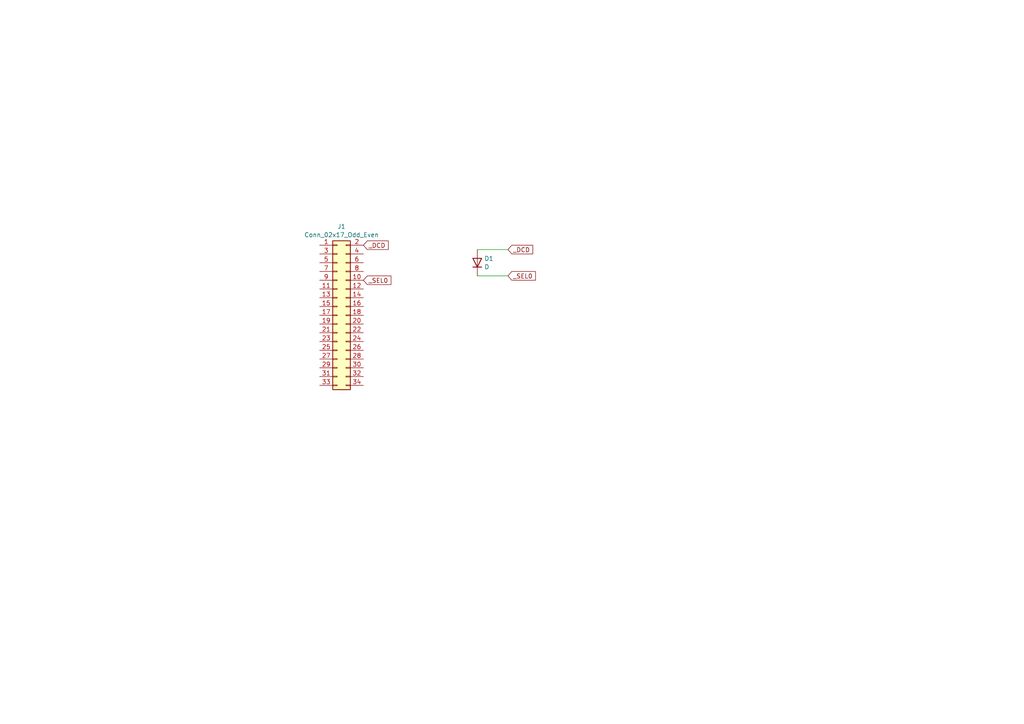
<source format=kicad_sch>
(kicad_sch (version 20231120) (generator "eeschema") (generator_version "8.0")
  (paper "A4")
  (lib_symbols
    (symbol "Connector_Generic:Conn_02x17_Odd_Even" (pin_names (offset 1.016) hide)
      (property "Reference" "J" (at 1.27 22.86 0))
      (property "Value" "Conn_02x17_Odd_Even" (at 1.27 -22.86 0))
      (symbol "Conn_02x17_Odd_Even_1_1"
        (rectangle (start -1.27 -20.193) (end 0 -20.447) (stroke (width 0.1524)))
        (rectangle (start -1.27 -17.653) (end 0 -17.907) (stroke (width 0.1524)))
        (rectangle (start -1.27 -15.113) (end 0 -15.367) (stroke (width 0.1524)))
        (rectangle (start -1.27 -12.573) (end 0 -12.827) (stroke (width 0.1524)))
        (rectangle (start -1.27 -10.033) (end 0 -10.287) (stroke (width 0.1524)))
        (rectangle (start -1.27 -7.493) (end 0 -7.747) (stroke (width 0.1524)))
        (rectangle (start -1.27 -4.953) (end 0 -5.207) (stroke (width 0.1524)))
        (rectangle (start -1.27 -2.413) (end 0 -2.667) (stroke (width 0.1524)))
        (rectangle (start -1.27 0.127) (end 0 -0.127) (stroke (width 0.1524)))
        (rectangle (start -1.27 2.667) (end 0 2.413) (stroke (width 0.1524)))
        (rectangle (start -1.27 5.207) (end 0 4.953) (stroke (width 0.1524)))
        (rectangle (start -1.27 7.747) (end 0 7.493) (stroke (width 0.1524)))
        (rectangle (start -1.27 10.287) (end 0 10.033) (stroke (width 0.1524)))
        (rectangle (start -1.27 12.827) (end 0 12.573) (stroke (width 0.1524)))
        (rectangle (start -1.27 15.367) (end 0 15.113) (stroke (width 0.1524)))
        (rectangle (start -1.27 17.907) (end 0 17.653) (stroke (width 0.1524)))
        (rectangle (start -1.27 20.447) (end 0 20.193) (stroke (width 0.1524)))
        (rectangle (start -1.27 21.59) (end 3.81 -21.59) (stroke (width 0.254)) (fill (type background)))
        (rectangle (start 3.81 -20.193) (end 2.54 -20.447) (stroke (width 0.1524)))
        (rectangle (start 3.81 -17.653) (end 2.54 -17.907) (stroke (width 0.1524)))
        (rectangle (start 3.81 -15.113) (end 2.54 -15.367) (stroke (width 0.1524)))
        (rectangle (start 3.81 -12.573) (end 2.54 -12.827) (stroke (width 0.1524)))
        (rectangle (start 3.81 -10.033) (end 2.54 -10.287) (stroke (width 0.1524)))
        (rectangle (start 3.81 -7.493) (end 2.54 -7.747) (stroke (width 0.1524)))
        (rectangle (start 3.81 -4.953) (end 2.54 -5.207) (stroke (width 0.1524)))
        (rectangle (start 3.81 -2.413) (end 2.54 -2.667) (stroke (width 0.1524)))
        (rectangle (start 3.81 0.127) (end 2.54 -0.127) (stroke (width 0.1524)))
        (rectangle (start 3.81 2.667) (end 2.54 2.413) (stroke (width 0.1524)))
        (rectangle (start 3.81 5.207) (end 2.54 4.953) (stroke (width 0.1524)))
        (rectangle (start 3.81 7.747) (end 2.54 7.493) (stroke (width 0.1524)))
        (rectangle (start 3.81 10.287) (end 2.54 10.033) (stroke (width 0.1524)))
        (rectangle (start 3.81 12.827) (end 2.54 12.573) (stroke (width 0.1524)))
        (rectangle (start 3.81 15.367) (end 2.54 15.113) (stroke (width 0.1524)))
        (rectangle (start 3.81 17.907) (end 2.54 17.653) (stroke (width 0.1524)))
        (rectangle (start 3.81 20.447) (end 2.54 20.193) (stroke (width 0.1524)))
        (pin passive line (at -5.08 20.32 0) (length 3.81) (name "Pin_1") (number "1"))
        (pin passive line (at 7.62 10.16 180) (length 3.81) (name "Pin_10") (number "10"))
        (pin passive line (at -5.08 7.62 0) (length 3.81) (name "Pin_11") (number "11"))
        (pin passive line (at 7.62 7.62 180) (length 3.81) (name "Pin_12") (number "12"))
        (pin passive line (at -5.08 5.08 0) (length 3.81) (name "Pin_13") (number "13"))
        (pin passive line (at 7.62 5.08 180) (length 3.81) (name "Pin_14") (number "14"))
        (pin passive line (at -5.08 2.54 0) (length 3.81) (name "Pin_15") (number "15"))
        (pin passive line (at 7.62 2.54 180) (length 3.81) (name "Pin_16") (number "16"))
        (pin passive line (at -5.08 0 0) (length 3.81) (name "Pin_17") (number "17"))
        (pin passive line (at 7.62 0 180) (length 3.81) (name "Pin_18") (number "18"))
        (pin passive line (at -5.08 -2.54 0) (length 3.81) (name "Pin_19") (number "19"))
        (pin passive line (at 7.62 20.32 180) (length 3.81) (name "Pin_2") (number "2"))
        (pin passive line (at 7.62 -2.54 180) (length 3.81) (name "Pin_20") (number "20"))
        (pin passive line (at -5.08 -5.08 0) (length 3.81) (name "Pin_21") (number "21"))
        (pin passive line (at 7.62 -5.08 180) (length 3.81) (name "Pin_22") (number "22"))
        (pin passive line (at -5.08 -7.62 0) (length 3.81) (name "Pin_23") (number "23"))
        (pin passive line (at 7.62 -7.62 180) (length 3.81) (name "Pin_24") (number "24"))
        (pin passive line (at -5.08 -10.16 0) (length 3.81) (name "Pin_25") (number "25"))
        (pin passive line (at 7.62 -10.16 180) (length 3.81) (name "Pin_26") (number "26"))
        (pin passive line (at -5.08 -12.7 0) (length 3.81) (name "Pin_27") (number "27"))
        (pin passive line (at 7.62 -12.7 180) (length 3.81) (name "Pin_28") (number "28"))
        (pin passive line (at -5.08 -15.24 0) (length 3.81) (name "Pin_29") (number "29"))
        (pin passive line (at -5.08 17.78 0) (length 3.81) (name "Pin_3") (number "3"))
        (pin passive line (at 7.62 -15.24 180) (length 3.81) (name "Pin_30") (number "30"))
        (pin passive line (at -5.08 -17.78 0) (length 3.81) (name "Pin_31") (number "31"))
        (pin passive line (at 7.62 -17.78 180) (length 3.81) (name "Pin_32") (number "32"))
        (pin passive line (at -5.08 -20.32 0) (length 3.81) (name "Pin_33") (number "33"))
        (pin passive line (at 7.62 -20.32 180) (length 3.81) (name "Pin_34") (number "34"))
        (pin passive line (at 7.62 17.78 180) (length 3.81) (name "Pin_4") (number "4"))
        (pin passive line (at -5.08 15.24 0) (length 3.81) (name "Pin_5") (number "5"))
        (pin passive line (at 7.62 15.24 180) (length 3.81) (name "Pin_6") (number "6"))
        (pin passive line (at -5.08 12.7 0) (length 3.81) (name "Pin_7") (number "7"))
        (pin passive line (at 7.62 12.7 180) (length 3.81) (name "Pin_8") (number "8"))
        (pin passive line (at -5.08 10.16 0) (length 3.81) (name "Pin_9") (number "9"))
      )
    )
    (symbol "Device:D" (pin_numbers hide) (pin_names (offset 1.016) hide)
      (property "Reference" "D" (at 0 2.54 0))
      (property "Value" "D" (at 0 -2.54 0))
      (symbol "D_0_1"
        (polyline (pts (xy -1.27 1.27) (xy -1.27 -1.27)) (stroke (width 0.254)))
        (polyline (pts (xy 1.27 0) (xy -1.27 0)))
        (polyline (pts (xy 1.27 1.27) (xy 1.27 -1.27) (xy -1.27 0) (xy 1.27 1.27)) (stroke (width 0.254)))
      )
      (symbol "D_1_1"
        (pin passive line (at -3.81 0 0) (length 2.54) (name "K") (number "1"))
        (pin passive line (at 3.81 0 180) (length 2.54) (name "A") (number "2"))
      )
    )
  )
  (wire (pts (xy 147.32 80.01) (xy 138.43 80.01)))
  (wire (pts (xy 138.43 72.39) (xy 147.32 72.39)))
  (global_label "_SEL0" (shape input) (at 147.32 80.01 0) (property "Intersheetrefs" "${INTERSHEET_REFS}" (effects (hide yes))))
  (global_label "_SEL0" (shape input) (at 105.41 81.28 0) (property "Intersheetrefs" "${INTERSHEET_REFS}" (effects (hide yes))))
  (global_label "_DCD" (shape input) (at 105.41 71.12 0) (property "Intersheetrefs" "${INTERSHEET_REFS}" (effects (hide yes))))
  (global_label "_DCD" (shape input) (at 147.32 72.39 0) (property "Intersheetrefs" "${INTERSHEET_REFS}" (effects (hide yes))))
  (symbol (lib_id "Device:D") (at 138.43 76.2 90) (unit 1)
    (property "Reference" "D1" (at 140.462 74.9878 90) (effects (justify right)))
    (property "Value" "D" (at 140.462 77.4121 90) (effects (justify right)))
    (property "Footprint" "Diode_SMD:D_SOD-323" (effects (hide yes)))
    (property "Description" "Diode" (effects (hide yes)))
    (property "Sim.Device" "D" (effects (hide yes)))
    (property "Sim.Pins" "1=K 2=A" (effects (hide yes)))
    (property "LCSC" "C2128" (effects (hide yes)))
  )
  (symbol (lib_id "Connector_Generic:Conn_02x17_Odd_Even") (at 97.79 91.44 0) (unit 1)
    (property "Reference" "J1" (at 99.06 65.7055 0))
    (property "Value" "Conn_02x17_Odd_Even" (at 99.06 68.1298 0))
    (property "Footprint" "Connector_PinSocket_2.54mm:PinSocket_2x17_P2.54mm_Vertical" (effects (hide yes)))
    (property "Description" "Generic connector, double row, 02x17, odd/even pin numbering scheme (row 1 odd numbers, row 2 even numbers), script generated (kicad-library-utils/schlib/autogen/connector/)" (effects (hide yes)))
    (property "LCSC" "C92264" (effects (hide yes)))
  )
)
</source>
